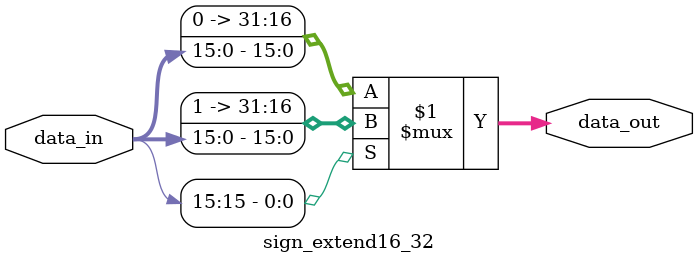
<source format=v>
module sign_extend16_32(

    input  wire [15:0] data_in,
    output wire [31:0] data_out

);

     //se o bit de sinal for 1, extenderemos só com 1s, caso contrário, 0s
    assign data_out = (data_in[15]) ? {{16{1'b1}}, data_in} : {{16{1'b0}}, data_in};

endmodule
</source>
